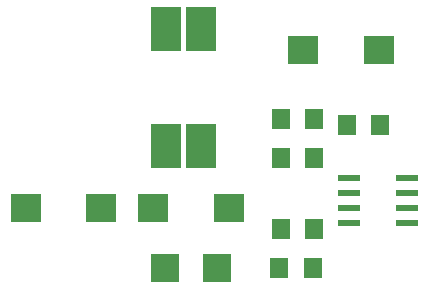
<source format=gtp>
G75*
%MOIN*%
%OFA0B0*%
%FSLAX25Y25*%
%IPPOS*%
%LPD*%
%AMOC8*
5,1,8,0,0,1.08239X$1,22.5*
%
%ADD10R,0.09449X0.09449*%
%ADD11R,0.09843X0.15157*%
%ADD12R,0.07800X0.02100*%
%ADD13R,0.10236X0.09449*%
%ADD14R,0.06299X0.07098*%
%ADD15R,0.06299X0.07087*%
D10*
X0065339Y0021500D03*
X0082661Y0021500D03*
D11*
X0077406Y0062012D03*
X0065594Y0062012D03*
X0065594Y0100988D03*
X0077406Y0100988D03*
D12*
X0126800Y0051500D03*
X0126800Y0046500D03*
X0126800Y0041500D03*
X0126800Y0036500D03*
X0146200Y0036500D03*
X0146200Y0041500D03*
X0146200Y0046500D03*
X0146200Y0051500D03*
D13*
X0086598Y0041500D03*
X0061402Y0041500D03*
X0044098Y0041500D03*
X0018902Y0041500D03*
X0111402Y0094000D03*
X0136598Y0094000D03*
D14*
X0115098Y0058250D03*
X0103902Y0058250D03*
X0103902Y0034500D03*
X0115098Y0034500D03*
X0114598Y0021500D03*
X0103402Y0021500D03*
D15*
X0125988Y0069000D03*
X0115012Y0071000D03*
X0103988Y0071000D03*
X0137012Y0069000D03*
M02*

</source>
